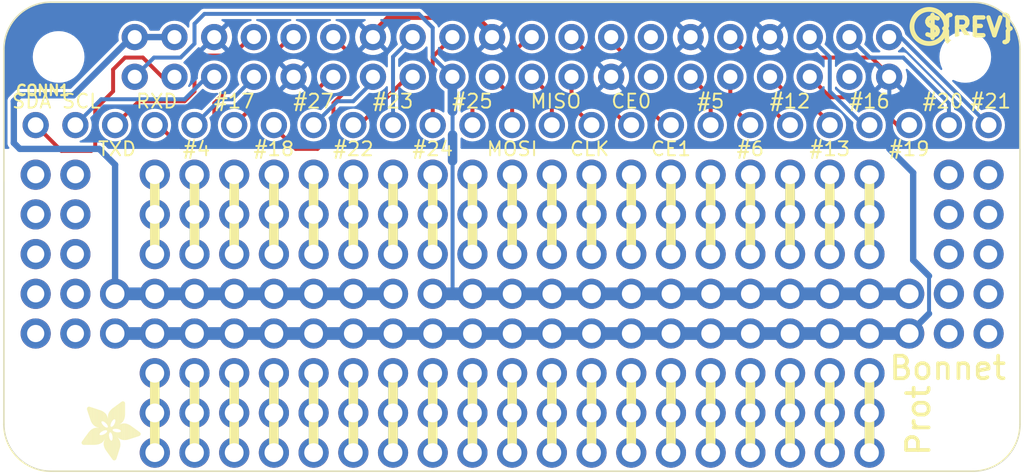
<source format=kicad_pcb>
(kicad_pcb (version 20221018) (generator pcbnew)
  (layers (0 "F.Cu" signal) (31 "B.Cu" signal) (34 "B.Paste" user) (35 "F.Paste" user) (36 "B.SilkS" user "B.Silkscreen") (37 "F.SilkS" user "F.Silkscreen") (38 "B.Mask" user) (39 "F.Mask" user) (44 "Edge.Cuts" user))
  (net 0 "")
  (net 1 "B19")
  (net 2 "B18")
  (net 3 "B17")
  (net 4 "B16")
  (net 5 "B15")
  (net 6 "B14")
  (net 7 "B12")
  (net 8 "B13")
  (net 9 "B11")
  (net 10 "B10")
  (net 11 "B8")
  (net 12 "B9")
  (net 13 "B7")
  (net 14 "B6")
  (net 15 "B5")
  (net 16 "B4")
  (net 17 "B2")
  (net 18 "B3")
  (net 19 "B1")
  (net 20 "5.0V")
  (net 21 "SDA")
  (net 22 "SCL")
  (net 23 "GPIO4")
  (net 24 "GPIO17")
  (net 25 "GPIO27")
  (net 26 "GPIO22")
  (net 27 "SPI_MOSI")
  (net 28 "SPI_MISO")
  (net 29 "SPI_SCLK")
  (net 30 "GPIO5")
  (net 31 "GPIO6")
  (net 32 "GPIO13")
  (net 33 "GPIO19")
  (net 34 "GPIO26")
  (net 35 "3.3V")
  (net 36 "GND")
  (net 37 "TXD")
  (net 38 "RXD")
  (net 39 "GPIO18")
  (net 40 "GPIO24")
  (net 41 "GPIO25")
  (net 42 "SPI_CE0")
  (net 43 "SPI_CE1")
  (net 44 "EECLK")
  (net 45 "GPIO16")
  (net 46 "GPIO20")
  (net 47 "GPIO21")
  (net 48 "GPIO23")
  (net 49 "EEDATA")
  (net 50 "GPIO12")
  (net 51 "A19")
  (net 52 "A18")
  (net 53 "A17")
  (net 54 "A16")
  (net 55 "A15")
  (net 56 "A14")
  (net 57 "A12")
  (net 58 "A13")
  (net 59 "A11")
  (net 60 "A10")
  (net 61 "A8")
  (net 62 "A9")
  (net 63 "A7")
  (net 64 "A6")
  (net 65 "A5")
  (net 66 "A4")
  (net 67 "A2")
  (net 68 "A3")
  (net 69 "A1")
  (net 70 "N$22")
  (net 71 "N$23")
  (net 72 "N$24")
  (net 73 "N$25")
  (net 74 "N$26")
  (net 75 "N$27")
  (net 76 "N$28")
  (net 77 "N$29")
  (net 78 "N$30")
  (net 79 "N$31")
  (net 80 "N$32")
  (net 81 "N$33")
  (net 82 "N$34")
  (net 83 "N$35")
  (net 84 "N$36")
  (net 85 "N$37")
  (net 86 "N$38")
  (net 87 "N$39")
  (net 88 "N$40")
  (net 89 "N$41")
  (footprint "working:PI_BONNET_NODIM" (layer "F.Cu") (at 116.000757 120.003271)
    (fp_text reference "RPI1" hide)
    (fp_text value "RASPBERRYPI_BPLUS_BONNETNODIM" hide)
  )
  (footprint "working:ADAFRUIT_3.5MM" (layer "F.Cu") (at 120.953757 115.515271 -90)
    (fp_text reference "U$1" hide)
    (fp_text value "" hide)
  )
  (footprint "working:1X25_ROUND_70MIL" (layer "F.Cu") (at 148.512757 97.862271)
    (fp_text reference "CONN1")
    (fp_text value "HEADER-1X25")
  )
  (footprint "working:PCBFEAT-REV-056" (layer "F.Cu") (at 175.182757 91.555271)
    (fp_text reference "U$3" hide)
    (fp_text value "" hide)
  )
  (gr_line (start 156.132757 101.037271) (end 156.132757 106.371271) (stroke (width 0.6096)) (layer "F.SilkS"))
  (gr_line (start 166.292757 101.037271) (end 166.292757 106.371271) (stroke (width 0.6096)) (layer "F.SilkS"))
  (gr_line (start 168.832757 101.037271) (end 168.832757 106.371271) (stroke (width 0.6096)) (layer "F.SilkS"))
  (gr_line (start 161.212757 101.037271) (end 161.212757 106.371271) (stroke (width 0.6096)) (layer "F.SilkS"))
  (gr_line (start 148.512757 113.737271) (end 148.512757 118.944271) (stroke (width 0.6096)) (layer "F.SilkS"))
  (gr_line (start 143.432757 113.737271) (end 143.432757 118.944271) (stroke (width 0.6096)) (layer "F.SilkS"))
  (gr_line (start 138.352757 101.037271) (end 138.352757 106.371271) (stroke (width 0.6096)) (layer "F.SilkS"))
  (gr_line (start 130.732757 101.037271) (end 130.732757 106.371271) (stroke (width 0.6096)) (layer "F.SilkS"))
  (gr_line (start 163.752757 101.037271) (end 163.752757 106.371271) (stroke (width 0.6096)) (layer "F.SilkS"))
  (gr_line (start 133.272757 101.037271) (end 133.272757 106.371271) (stroke (width 0.6096)) (layer "F.SilkS"))
  (gr_line (start 138.352757 113.737271) (end 138.352757 118.944271) (stroke (width 0.6096)) (layer "F.SilkS"))
  (gr_line (start 140.892757 113.737271) (end 140.892757 118.944271) (stroke (width 0.6096)) (layer "F.SilkS"))
  (gr_line (start 158.672757 113.737271) (end 158.672757 118.944271) (stroke (width 0.6096)) (layer "F.SilkS"))
  (gr_line (start 148.512757 101.037271) (end 148.512757 106.371271) (stroke (width 0.6096)) (layer "F.SilkS"))
  (gr_line (start 166.292757 113.737271) (end 166.292757 118.944271) (stroke (width 0.6096)) (layer "F.SilkS"))
  (gr_line (start 151.052757 113.737271) (end 151.052757 118.944271) (stroke (width 0.6096)) (layer "F.SilkS"))
  (gr_line (start 145.972757 101.037271) (end 145.972757 106.371271) (stroke (width 0.6096)) (layer "F.SilkS"))
  (gr_line (start 128.192757 101.037271) (end 128.192757 106.371271) (stroke (width 0.6096)) (layer "F.SilkS"))
  (gr_line (start 133.272757 113.737271) (end 133.272757 118.944271) (stroke (width 0.6096)) (layer "F.SilkS"))
  (gr_line (start 171.372757 101.037271) (end 171.372757 106.371271) (stroke (width 0.6096)) (layer "F.SilkS"))
  (gr_line (start 130.732757 113.737271) (end 130.732757 118.944271) (stroke (width 0.6096)) (layer "F.SilkS"))
  (gr_line (start 151.052757 101.037271) (end 151.052757 106.371271) (stroke (width 0.6096)) (layer "F.SilkS"))
  (gr_line (start 156.132757 113.737271) (end 156.132757 118.944271) (stroke (width 0.6096)) (layer "F.SilkS"))
  (gr_line (start 158.672757 101.037271) (end 158.672757 106.371271) (stroke (width 0.6096)) (layer "F.SilkS"))
  (gr_line (start 140.892757 101.037271) (end 140.892757 106.371271) (stroke (width 0.6096)) (layer "F.SilkS"))
  (gr_line (start 168.832757 113.737271) (end 168.832757 118.944271) (stroke (width 0.6096)) (layer "F.SilkS"))
  (gr_line (start 135.812757 113.737271) (end 135.812757 118.944271) (stroke (width 0.6096)) (layer "F.SilkS"))
  (gr_line (start 163.752757 113.737271) (end 163.752757 118.944271) (stroke (width 0.6096)) (layer "F.SilkS"))
  (gr_line (start 143.432757 101.037271) (end 143.432757 106.371271) (stroke (width 0.6096)) (layer "F.SilkS"))
  (gr_line (start 153.592757 113.737271) (end 153.592757 118.944271) (stroke (width 0.6096)) (layer "F.SilkS"))
  (gr_line (start 135.812757 101.037271) (end 135.812757 106.371271) (stroke (width 0.6096)) (layer "F.SilkS"))
  (gr_line (start 125.652757 113.737271) (end 125.652757 118.944271) (stroke (width 0.6096)) (layer "F.SilkS"))
  (gr_line (start 145.972757 113.737271) (end 145.972757 118.944271) (stroke (width 0.6096)) (layer "F.SilkS"))
  (gr_line (start 161.212757 113.737271) (end 161.212757 118.944271) (stroke (width 0.6096)) (layer "F.SilkS"))
  (gr_line (start 171.372757 113.737271) (end 171.372757 118.944271) (stroke (width 0.6096)) (layer "F.SilkS"))
  (gr_line (start 128.192757 113.737271) (end 128.192757 118.944271) (stroke (width 0.6096)) (layer "F.SilkS"))
  (gr_line (start 153.592757 101.037271) (end 153.592757 106.371271) (stroke (width 0.6096)) (layer "F.SilkS"))
  (gr_line (start 125.652757 101.037271) (end 125.652757 106.371271) (stroke (width 0.6096)) (layer "F.SilkS"))
  (gr_arc (start 181.000757 117.003271) (mid 180.185577 119.098289) (end 178.127757 120.003271) (stroke (width 0.05)) (layer "Edge.Cuts"))
  (gr_line (start 178.000757 90.003271) (end 119.000757 90.003271) (stroke (width 0.05)) (layer "Edge.Cuts"))
  (gr_line (start 181.000757 117.003271) (end 181.000757 93.003271) (stroke (width 0.05)) (layer "Edge.Cuts"))
  (gr_arc (start 119.127757 120.003271) (mid 116.942937 119.150894) (end 116.000757 117.003271) (stroke (width 0.05)) (layer "Edge.Cuts"))
  (gr_arc (start 178.000757 90.003271) (mid 180.122077 90.881951) (end 181.000757 93.003271) (stroke (width 0.05)) (layer "Edge.Cuts"))
  (gr_line (start 116.000757 109.003271) (end 116.000757 93.003271) (stroke (width 0.05)) (layer "Edge.Cuts"))
  (gr_line (start 116.000757 117.003271) (end 116.000757 101.503271) (stroke (width 0.05)) (layer "Edge.Cuts"))
  (gr_arc (start 116.000757 93.003271) (mid 116.879437 90.881951) (end 119.000757 90.003271) (stroke (width 0.05)) (layer "Edge.Cuts"))
  (gr_line (start 119.127757 120.003271) (end 178.127757 120.003271) (stroke (width 0.05)) (layer "Edge.Cuts"))
  (gr_text "#23" (at 140.892757 96.338271) (layer "F.SilkS") (effects (font (size 0.89408 0.89408) (thickness 0.12192))))
  (gr_text "#18" (at 133.272757 99.386271) (layer "F.SilkS") (effects (font (size 0.89408 0.89408) (thickness 0.12192))))
  (gr_text "#27" (at 135.812757 96.338271) (layer "F.SilkS") (effects (font (size 0.89408 0.89408) (thickness 0.12192))))
  (gr_text "Bonnet" (at 172.515757 114.245271) (layer "F.SilkS") (effects (font (size 1.441704 1.441704) (thickness 0.234696)) (justify left bottom)))
  (gr_text "#4" (at 128.319757 99.386271) (layer "F.SilkS") (effects (font (size 0.89408 0.89408) (thickness 0.12192))))
  (gr_text "CE0" (at 156.132757 96.338271) (layer "F.SilkS") (effects (font (size 0.89408 0.89408) (thickness 0.12192))))
  (gr_text "Prot" (at 173.658757 114.372271 90) (layer "F.SilkS") (effects (font (size 1.441704 1.441704) (thickness 0.234696)) (justify right top)))
  (gr_text "#16" (at 171.372757 96.338271) (layer "F.SilkS") (effects (font (size 0.89408 0.89408) (thickness 0.12192))))
  (gr_text "#6" (at 163.752757 99.386271) (layer "F.SilkS") (effects (font (size 0.89408 0.89408) (thickness 0.12192))))
  (gr_text "MOSI" (at 148.512757 99.386271) (layer "F.SilkS") (effects (font (size 0.89408 0.89408) (thickness 0.12192))))
  (gr_text "#21" (at 179.119757 96.338271) (layer "F.SilkS") (effects (font (size 0.89408 0.89408) (thickness 0.12192))))
  (gr_text "#13" (at 168.832757 99.386271) (layer "F.SilkS") (effects (font (size 0.89408 0.89408) (thickness 0.12192))))
  (gr_text "SDA" (at 117.778757 96.338271) (layer "F.SilkS") (effects (font (size 0.89408 0.89408) (thickness 0.12192))))
  (gr_text "#17" (at 130.732757 96.338271) (layer "F.SilkS") (effects (font (size 0.89408 0.89408) (thickness 0.12192))))
  (gr_text "#24" (at 143.432757 99.386271) (layer "F.SilkS") (effects (font (size 0.89408 0.89408) (thickness 0.12192))))
  (gr_text "#12" (at 166.292757 96.338271) (layer "F.SilkS") (effects (font (size 0.89408 0.89408) (thickness 0.12192))))
  (gr_text "MISO" (at 151.306757 96.338271) (layer "F.SilkS") (effects (font (size 0.89408 0.89408) (thickness 0.12192))))
  (gr_text "CLK" (at 153.465757 99.386271) (layer "F.SilkS") (effects (font (size 0.89408 0.89408) (thickness 0.12192))))
  (gr_text "#22" (at 138.352757 99.386271) (layer "F.SilkS") (effects (font (size 0.89408 0.89408) (thickness 0.12192))))
  (gr_text "#20" (at 176.071757 96.338271) (layer "F.SilkS") (effects (font (size 0.89408 0.89408) (thickness 0.12192))))
  (gr_text "#5" (at 161.212757 96.338271) (layer "F.SilkS") (effects (font (size 0.89408 0.89408) (thickness 0.12192))))
  (gr_text "#25" (at 145.972757 96.338271) (layer "F.SilkS") (effects (font (size 0.89408 0.89408) (thickness 0.12192))))
  (gr_text "#19" (at 173.912757 99.386271) (layer "F.SilkS") (effects (font (size 0.89408 0.89408) (thickness 0.12192))))
  (gr_text "RXD" (at 125.779757 96.338271) (layer "F.SilkS") (effects (font (size 0.89408 0.89408) (thickness 0.12192))))
  (gr_text "SCL" (at 120.953757 96.338271) (layer "F.SilkS") (effects (font (size 0.89408 0.89408) (thickness 0.12192))))
  (gr_text "TXD" (at 123.239757 99.386271) (layer "F.SilkS") (effects (font (size 0.89408 0.89408) (thickness 0.12192))))
  (gr_text "CE1" (at 158.672757 99.386271) (layer "F.SilkS") (effects (font (size 0.89408 0.89408) (thickness 0.12192))))
  (via (at 171.372757 118.817271) (size 1.9304) (drill 1.2) (layers "F.Cu" "B.Cu") (net 1))
  (via (at 171.372757 116.277271) (size 1.9304) (drill 1.2) (layers "F.Cu" "B.Cu") (net 1))
  (via (at 171.372757 113.737271) (size 1.9304) (drill 1.2) (layers "F.Cu" "B.Cu") (net 1))
  (segment (start 171.372757 116.277271) (end 171.372757 118.817271) (width 0.6096) (layer "B.Cu") (net 1))
  (segment (start 171.372757 113.737271) (end 171.372757 116.277271) (width 0.6096) (layer "B.Cu") (net 1))
  (via (at 168.832757 113.737271) (size 1.9304) (drill 1.2) (layers "F.Cu" "B.Cu") (net 2))
  (via (at 168.832757 116.277271) (size 1.9304) (drill 1.2) (layers "F.Cu" "B.Cu") (net 2))
  (via (at 168.832757 118.817271) (size 1.9304) (drill 1.2) (layers "F.Cu" "B.Cu") (net 2))
  (segment (start 168.832757 113.737271) (end 168.832757 116.277271) (width 0.6096) (layer "B.Cu") (net 2))
  (segment (start 168.832757 116.277271) (end 168.832757 118.817271) (width 0.6096) (layer "B.Cu") (net 2))
  (via (at 166.292757 116.277271) (size 1.9304) (drill 1.2) (layers "F.Cu" "B.Cu") (net 3))
  (via (at 166.292757 113.737271) (size 1.9304) (drill 1.2) (layers "F.Cu" "B.Cu") (net 3))
  (via (at 166.292757 118.817271) (size 1.9304) (drill 1.2) (layers "F.Cu" "B.Cu") (net 3))
  (segment (start 166.292757 116.277271) (end 166.292757 118.817271) (width 0.6096) (layer "B.Cu") (net 3))
  (segment (start 166.292757 113.737271) (end 166.292757 116.277271) (width 0.6096) (layer "B.Cu") (net 3))
  (via (at 163.752757 113.737271) (size 1.9304) (drill 1.2) (layers "F.Cu" "B.Cu") (net 4))
  (via (at 163.752757 118.817271) (size 1.9304) (drill 1.2) (layers "F.Cu" "B.Cu") (net 4))
  (via (at 163.752757 116.277271) (size 1.9304) (drill 1.2) (layers "F.Cu" "B.Cu") (net 4))
  (segment (start 163.752757 116.277271) (end 163.752757 118.817271) (width 0.6096) (layer "B.Cu") (net 4))
  (segment (start 163.752757 113.737271) (end 163.752757 116.277271) (width 0.6096) (layer "B.Cu") (net 4))
  (via (at 161.212757 113.737271) (size 1.9304) (drill 1.2) (layers "F.Cu" "B.Cu") (net 5))
  (via (at 161.212757 116.277271) (size 1.9304) (drill 1.2) (layers "F.Cu" "B.Cu") (net 5))
  (via (at 161.212757 118.817271) (size 1.9304) (drill 1.2) (layers "F.Cu" "B.Cu") (net 5))
  (segment (start 161.212757 116.277271) (end 161.212757 118.817271) (width 0.6096) (layer "B.Cu") (net 5))
  (segment (start 161.212757 113.737271) (end 161.212757 116.277271) (width 0.6096) (layer "B.Cu") (net 5))
  (via (at 158.672757 118.817271) (size 1.9304) (drill 1.2) (layers "F.Cu" "B.Cu") (net 6))
  (via (at 158.672757 113.737271) (size 1.9304) (drill 1.2) (layers "F.Cu" "B.Cu") (net 6))
  (via (at 158.672757 116.277271) (size 1.9304) (drill 1.2) (layers "F.Cu" "B.Cu") (net 6))
  (segment (start 158.672757 113.737271) (end 158.672757 116.277271) (width 0.6096) (layer "B.Cu") (net 6))
  (segment (start 158.672757 116.277271) (end 158.672757 118.817271) (width 0.6096) (layer "B.Cu") (net 6))
  (via (at 153.592757 113.737271) (size 1.9304) (drill 1.2) (layers "F.Cu" "B.Cu") (net 7))
  (via (at 153.592757 118.817271) (size 1.9304) (drill 1.2) (layers "F.Cu" "B.Cu") (net 7))
  (via (at 153.592757 116.277271) (size 1.9304) (drill 1.2) (layers "F.Cu" "B.Cu") (net 7))
  (segment (start 153.592757 113.737271) (end 153.592757 116.277271) (width 0.6096) (layer "B.Cu") (net 7))
  (segment (start 153.592757 116.277271) (end 153.592757 118.817271) (width 0.6096) (layer "B.Cu") (net 7))
  (via (at 156.132757 118.817271) (size 1.9304) (drill 1.2) (layers "F.Cu" "B.Cu") (net 8))
  (via (at 156.132757 116.277271) (size 1.9304) (drill 1.2) (layers "F.Cu" "B.Cu") (net 8))
  (via (at 156.132757 113.737271) (size 1.9304) (drill 1.2) (layers "F.Cu" "B.Cu") (net 8))
  (segment (start 156.132757 113.737271) (end 156.132757 116.277271) (width 0.6096) (layer "B.Cu") (net 8))
  (segment (start 156.132757 116.277271) (end 156.132757 118.817271) (width 0.6096) (layer "B.Cu") (net 8))
  (via (at 151.052757 113.737271) (size 1.9304) (drill 1.2) (layers "F.Cu" "B.Cu") (net 9))
  (via (at 151.052757 118.817271) (size 1.9304) (drill 1.2) (layers "F.Cu" "B.Cu") (net 9))
  (via (at 151.052757 116.277271) (size 1.9304) (drill 1.2) (layers "F.Cu" "B.Cu") (net 9))
  (segment (start 151.052757 113.737271) (end 151.052757 116.277271) (width 0.6096) (layer "B.Cu") (net 9))
  (segment (start 151.052757 116.277271) (end 151.052757 118.817271) (width 0.6096) (layer "B.Cu") (net 9))
  (via (at 148.512757 116.277271) (size 1.9304) (drill 1.2) (layers "F.Cu" "B.Cu") (net 10))
  (via (at 148.512757 118.817271) (size 1.9304) (drill 1.2) (layers "F.Cu" "B.Cu") (net 10))
  (via (at 148.512757 113.737271) (size 1.9304) (drill 1.2) (layers "F.Cu" "B.Cu") (net 10))
  (segment (start 148.512757 116.277271) (end 148.512757 118.817271) (width 0.6096) (layer "B.Cu") (net 10))
  (segment (start 148.512757 113.737271) (end 148.512757 116.277271) (width 0.6096) (layer "B.Cu") (net 10))
  (via (at 143.432757 116.277271) (size 1.9304) (drill 1.2) (layers "F.Cu" "B.Cu") (net 11))
  (via (at 143.432757 118.817271) (size 1.9304) (drill 1.2) (layers "F.Cu" "B.Cu") (net 11))
  (via (at 143.432757 113.737271) (size 1.9304) (drill 1.2) (layers "F.Cu" "B.Cu") (net 11))
  (segment (start 143.432757 116.277271) (end 143.432757 118.817271) (width 0.6096) (layer "B.Cu") (net 11))
  (segment (start 143.432757 113.737271) (end 143.432757 116.277271) (width 0.6096) (layer "B.Cu") (net 11))
  (via (at 145.972757 116.277271) (size 1.9304) (drill 1.2) (layers "F.Cu" "B.Cu") (net 12))
  (via (at 145.972757 113.737271) (size 1.9304) (drill 1.2) (layers "F.Cu" "B.Cu") (net 12))
  (via (at 145.972757 118.817271) (size 1.9304) (drill 1.2) (layers "F.Cu" "B.Cu") (net 12))
  (segment (start 145.972757 116.277271) (end 145.972757 118.817271) (width 0.6096) (layer "B.Cu") (net 12))
  (segment (start 145.972757 113.737271) (end 145.972757 116.277271) (width 0.6096) (layer "B.Cu") (net 12))
  (via (at 140.892757 116.277271) (size 1.9304) (drill 1.2) (layers "F.Cu" "B.Cu") (net 13))
  (via (at 140.892757 113.737271) (size 1.9304) (drill 1.2) (layers "F.Cu" "B.Cu") (net 13))
  (via (at 140.892757 118.817271) (size 1.9304) (drill 1.2) (layers "F.Cu" "B.Cu") (net 13))
  (segment (start 140.892757 116.277271) (end 140.892757 118.817271) (width 0.6096) (layer "B.Cu") (net 13))
  (segment (start 140.892757 113.737271) (end 140.892757 116.277271) (width 0.6096) (layer "B.Cu") (net 13))
  (via (at 138.352757 118.817271) (size 1.9304) (drill 1.2) (layers "F.Cu" "B.Cu") (net 14))
  (via (at 138.352757 113.737271) (size 1.9304) (drill 1.2) (layers "F.Cu" "B.Cu") (net 14))
  (via (at 138.352757 116.277271) (size 1.9304) (drill 1.2) (layers "F.Cu" "B.Cu") (net 14))
  (segment (start 138.352757 116.277271) (end 138.352757 118.817271) (width 0.6096) (layer "B.Cu") (net 14))
  (segment (start 138.352757 113.737271) (end 138.352757 116.277271) (width 0.6096) (layer "B.Cu") (net 14))
  (via (at 135.812757 113.737271) (size 1.9304) (drill 1.2) (layers "F.Cu" "B.Cu") (net 15))
  (via (at 135.812757 118.817271) (size 1.9304) (drill 1.2) (layers "F.Cu" "B.Cu") (net 15))
  (via (at 135.812757 116.277271) (size 1.9304) (drill 1.2) (layers "F.Cu" "B.Cu") (net 15))
  (segment (start 135.812757 113.737271) (end 135.812757 116.277271) (width 0.6096) (layer "B.Cu") (net 15))
  (segment (start 135.812757 116.277271) (end 135.812757 118.817271) (width 0.6096) (layer "B.Cu") (net 15))
  (via (at 133.272757 113.737271) (size 1.9304) (drill 1.2) (layers "F.Cu" "B.Cu") (net 16))
  (via (at 133.272757 118.817271) (size 1.9304) (drill 1.2) (layers "F.Cu" "B.Cu") (net 16))
  (via (at 133.272757 116.277271) (size 1.9304) (drill 1.2) (layers "F.Cu" "B.Cu") (net 16))
  (segment (start 133.272757 113.737271) (end 133.272757 116.277271) (width 0.6096) (layer "B.Cu") (net 16))
  (segment (start 133.272757 116.277271) (end 133.272757 118.817271) (width 0.6096) (layer "B.Cu") (net 16))
  (via (at 128.192757 118.817271) (size 1.9304) (drill 1.2) (layers "F.Cu" "B.Cu") (net 17))
  (via (at 128.192757 116.277271) (size 1.9304) (drill 1.2) (layers "F.Cu" "B.Cu") (net 17))
  (via (at 128.192757 113.737271) (size 1.9304) (drill 1.2) (layers "F.Cu" "B.Cu") (net 17))
  (segment (start 128.192757 116.277271) (end 128.192757 118.817271) (width 0.6096) (layer "B.Cu") (net 17))
  (segment (start 128.192757 113.737271) (end 128.192757 116.277271) (width 0.6096) (layer "B.Cu") (net 17))
  (via (at 130.732757 113.737271) (size 1.9304) (drill 1.2) (layers "F.Cu" "B.Cu") (net 18))
  (via (at 130.732757 116.277271) (size 1.9304) (drill 1.2) (layers "F.Cu" "B.Cu") (net 18))
  (via (at 130.732757 118.817271) (size 1.9304) (drill 1.2) (layers "F.Cu" "B.Cu") (net 18))
  (segment (start 130.732757 116.277271) (end 130.732757 118.817271) (width 0.6096) (layer "B.Cu") (net 18))
  (segment (start 130.732757 113.737271) (end 130.732757 116.277271) (width 0.6096) (layer "B.Cu") (net 18))
  (via (at 125.652757 118.817271) (size 1.9304) (drill 1.2) (layers "F.Cu" "B.Cu") (net 19))
  (via (at 125.652757 113.737271) (size 1.9304) (drill 1.2) (layers "F.Cu" "B.Cu") (net 19))
  (via (at 125.652757 116.277271) (size 1.9304) (drill 1.2) (layers "F.Cu" "B.Cu") (net 19))
  (segment (start 125.652757 116.277271) (end 125.652757 118.817271) (width 0.6096) (layer "B.Cu") (net 19))
  (segment (start 125.652757 113.737271) (end 125.652757 116.277271) (width 0.6096) (layer "B.Cu") (net 19))
  (via (at 125.652757 108.657271) (size 1.9304) (drill 1.2) (layers "F.Cu" "B.Cu") (net 20))
  (via (at 135.812757 108.657271) (size 1.9304) (drill 1.2) (layers "F.Cu" "B.Cu") (net 20))
  (via (at 128.192757 108.657271) (size 1.9304) (drill 1.2) (layers "F.Cu" "B.Cu") (net 20))
  (via (at 138.352757 108.657271) (size 1.9304) (drill 1.2) (layers "F.Cu" "B.Cu") (net 20))
  (via (at 133.272757 108.657271) (size 1.9304) (drill 1.2) (layers "F.Cu" "B.Cu") (net 20))
  (via (at 140.892757 108.657271) (size 1.9304) (drill 1.2) (layers "F.Cu" "B.Cu") (net 20))
  (via (at 130.732757 108.657271) (size 1.9304) (drill 1.2) (layers "F.Cu" "B.Cu") (net 20))
  (via (at 123.112757 108.657271) (size 1.9304) (drill 1.2) (layers "F.Cu" "B.Cu") (net 20))
  (segment (start 117.016757 95.957271) (end 120.445757 95.957271) (width 0.4064) (layer "B.Cu") (net 20))
  (segment (start 122.096757 99.386271) (end 117.016757 99.386271) (width 0.4064) (layer "B.Cu") (net 20))
  (segment (start 135.812757 108.657271) (end 138.352757 108.657271) (width 0.8128) (layer "B.Cu") (net 20))
  (segment (start 130.732757 108.657271) (end 133.272757 108.657271) (width 0.8128) (layer "B.Cu") (net 20))
  (segment (start 116.635757 99.005271) (end 116.635757 96.338271) (width 0.4064) (layer "B.Cu") (net 20))
  (segment (start 120.445757 95.957271) (end 124.169757 92.233271) (width 0.4064) (layer "B.Cu") (net 20))
  (segment (start 117.016757 99.386271) (end 116.635757 99.005271) (width 0.4064) (layer "B.Cu") (net 20))
  (segment (start 116.635757 96.338271) (end 117.016757 95.957271) (width 0.4064) (layer "B.Cu") (net 20))
  (segment (start 123.112757 100.402271) (end 122.096757 99.386271) (width 0.4064) (layer "B.Cu") (net 20))
  (segment (start 124.169757 92.233271) (end 124.370757 92.233271) (width 0.4064) (layer "B.Cu") (net 20))
  (segment (start 138.352757 108.657271) (end 140.892757 108.657271) (width 0.8128) (layer "B.Cu") (net 20))
  (segment (start 133.272757 108.657271) (end 135.812757 108.657271) (width 0.8128) (layer "B.Cu") (net 20))
  (segment (start 125.652757 108.657271) (end 128.192757 108.657271) (width 0.8128) (layer "B.Cu") (net 20))
  (segment (start 124.370757 92.233271) (end 126.910757 92.233271) (width 0.4064) (layer "B.Cu") (net 20))
  (segment (start 128.192757 108.657271) (end 130.732757 108.657271) (width 0.8128) (layer "B.Cu") (net 20))
  (segment (start 123.112757 108.657271) (end 125.652757 108.657271) (width 0.8128) (layer "B.Cu") (net 20))
  (segment (start 123.112757 108.657271) (end 123.112757 100.402271) (width 0.4064) (layer "B.Cu") (net 20))
  (segment (start 121.588757 99.513271) (end 121.842757 99.259271) (width 0.254) (layer "F.Cu") (net 21))
  (segment (start 126.119757 94.773271) (end 126.910757 94.773271) (width 0.254) (layer "F.Cu") (net 21))
  (segment (start 124.890757 93.544271) (end 126.119757 94.773271) (width 0.254) (layer "F.Cu") (net 21))
  (segment (start 122.985757 95.703271) (end 122.985757 94.306271) (width 0.254) (layer "F.Cu") (net 21))
  (segment (start 119.683757 99.513271) (end 121.588757 99.513271) (width 0.254) (layer "F.Cu") (net 21))
  (segment (start 121.842757 96.846271) (end 122.985757 95.703271) (width 0.254) (layer "F.Cu") (net 21))
  (segment (start 121.842757 99.259271) (end 121.842757 96.846271) (width 0.254) (layer "F.Cu") (net 21))
  (segment (start 122.985757 94.306271) (end 123.747757 93.544271) (width 0.254) (layer "F.Cu") (net 21))
  (segment (start 123.747757 93.544271) (end 124.890757 93.544271) (width 0.254) (layer "F.Cu") (net 21))
  (segment (start 118.032757 97.862271) (end 119.683757 99.513271) (width 0.254) (layer "F.Cu") (net 21))
  (segment (start 122.223757 96.211271) (end 127.557757 96.211271) (width 0.254) (layer "B.Cu") (net 22))
  (segment (start 127.557757 96.211271) (end 128.995757 94.773271) (width 0.254) (layer "B.Cu") (net 22))
  (segment (start 128.995757 94.773271) (end 129.450757 94.773271) (width 0.254) (layer "B.Cu") (net 22))
  (segment (start 120.572757 97.862271) (end 122.223757 96.211271) (width 0.254) (layer "B.Cu") (net 22))
  (segment (start 128.192757 97.862271) (end 129.843757 96.211271) (width 0.254) (layer "B.Cu") (net 23))
  (segment (start 129.843757 96.211271) (end 130.605757 96.211271) (width 0.254) (layer "B.Cu") (net 23))
  (segment (start 131.990757 94.826271) (end 131.990757 94.773271) (width 0.254) (layer "B.Cu") (net 23))
  (segment (start 130.605757 96.211271) (end 131.990757 94.826271) (width 0.254) (layer "B.Cu") (net 23))
  (segment (start 136.869757 94.773271) (end 137.070757 94.773271) (width 0.254) (layer "F.Cu") (net 24))
  (segment (start 135.304757 96.338271) (end 136.869757 94.773271) (width 0.254) (layer "F.Cu") (net 24))
  (segment (start 132.256757 96.338271) (end 135.304757 96.338271) (width 0.254) (layer "F.Cu") (net 24))
  (segment (start 130.732757 97.862271) (end 132.256757 96.338271) (width 0.254) (layer "F.Cu") (net 24))
  (segment (start 137.336757 96.338271) (end 138.352757 96.338271) (width 0.254) (layer "B.Cu") (net 25))
  (segment (start 138.352757 96.338271) (end 139.610757 95.080271) (width 0.254) (layer "B.Cu") (net 25))
  (segment (start 135.812757 97.862271) (end 137.336757 96.338271) (width 0.254) (layer "B.Cu") (net 25))
  (segment (start 139.610757 95.080271) (end 139.610757 94.773271) (width 0.254) (layer "B.Cu") (net 25))
  (segment (start 138.733757 97.862271) (end 141.822757 94.773271) (width 0.254) (layer "F.Cu") (net 26))
  (segment (start 141.822757 94.773271) (end 142.150757 94.773271) (width 0.254) (layer "F.Cu") (net 26))
  (segment (start 138.352757 97.862271) (end 138.733757 97.862271) (width 0.254) (layer "F.Cu") (net 26))
  (segment (start 147.230757 94.773271) (end 148.512757 96.055271) (width 0.254) (layer "F.Cu") (net 27))
  (segment (start 148.512757 96.055271) (end 148.512757 97.862271) (width 0.254) (layer "F.Cu") (net 27))
  (segment (start 149.770757 94.773271) (end 151.052757 96.055271) (width 0.254) (layer "F.Cu") (net 28))
  (segment (start 151.052757 96.055271) (end 151.052757 97.862271) (width 0.254) (layer "F.Cu") (net 28))
  (segment (start 152.310757 94.773271) (end 152.310757 96.580271) (width 0.254) (layer "F.Cu") (net 29))
  (segment (start 152.310757 96.580271) (end 153.592757 97.862271) (width 0.254) (layer "F.Cu") (net 29))
  (segment (start 159.930757 94.773271) (end 161.212757 96.055271) (width 0.254) (layer "F.Cu") (net 30))
  (segment (start 161.212757 96.055271) (end 161.212757 97.862271) (width 0.254) (layer "F.Cu") (net 30))
  (segment (start 162.470757 94.773271) (end 162.470757 96.580271) (width 0.254) (layer "F.Cu") (net 31))
  (segment (start 162.470757 96.580271) (end 163.752757 97.862271) (width 0.254) (layer "F.Cu") (net 31))
  (segment (start 168.832757 97.735271) (end 168.832757 97.862271) (width 0.254) (layer "F.Cu") (net 32))
  (segment (start 165.010757 94.773271) (end 166.575757 96.338271) (width 0.254) (layer "F.Cu") (net 32))
  (segment (start 166.575757 96.338271) (end 167.435757 96.338271) (width 0.254) (layer "F.Cu") (net 32))
  (segment (start 167.435757 96.338271) (end 168.832757 97.735271) (width 0.254) (layer "F.Cu") (net 32))
  (segment (start 168.861757 96.084271) (end 171.372757 96.084271) (width 0.254) (layer "F.Cu") (net 33))
  (segment (start 167.550757 94.773271) (end 168.861757 96.084271) (width 0.254) (layer "F.Cu") (net 33))
  (segment (start 173.150757 97.862271) (end 173.912757 97.862271) (width 0.254) (layer "F.Cu") (net 33))
  (segment (start 171.372757 96.084271) (end 173.150757 97.862271) (width 0.254) (layer "F.Cu") (net 33))
  (via (at 171.372757 108.657271) (size 1.9304) (drill 1.2) (layers "F.Cu" "B.Cu") (net 35))
  (via (at 151.052757 108.657271) (size 1.9304) (drill 1.2) (layers "F.Cu" "B.Cu") (net 35))
  (via (at 148.512757 108.657271) (size 1.9304) (drill 1.2) (layers "F.Cu" "B.Cu") (net 35))
  (via (at 173.912757 108.657271) (size 1.9304) (drill 1.2) (layers "F.Cu" "B.Cu") (net 35))
  (via (at 143.432757 108.657271) (size 1.9304) (drill 1.2) (layers "F.Cu" "B.Cu") (net 35))
  (via (at 161.212757 108.657271) (size 1.9304) (drill 1.2) (layers "F.Cu" "B.Cu") (net 35))
  (via (at 158.672757 108.657271) (size 1.9304) (drill 1.2) (layers "F.Cu" "B.Cu") (net 35))
  (via (at 166.292757 108.657271) (size 1.9304) (drill 1.2) (layers "F.Cu" "B.Cu") (net 35))
  (via (at 163.752757 108.657271) (size 1.9304) (drill 1.2) (layers "F.Cu" "B.Cu") (net 35))
  (via (at 153.592757 108.657271) (size 1.9304) (drill 1.2) (layers "F.Cu" "B.Cu") (net 35))
  (via (at 145.972757 108.657271) (size 1.9304) (drill 1.2) (layers "F.Cu" "B.Cu") (net 35))
  (via (at 168.832757 108.657271) (size 1.9304) (drill 1.2) (layers "F.Cu" "B.Cu") (net 35))
  (via (at 156.132757 108.657271) (size 1.9304) (drill 1.2) (layers "F.Cu" "B.Cu") (net 35))
  (segment (start 144.702757 98.497271) (end 144.702757 100.148271) (width 0.6096) (layer "B.Cu") (net 35))
  (segment (start 124.370757 94.773271) (end 125.599757 93.544271) (width 0.254) (layer "B.Cu") (net 35))
  (segment (start 125.599757 93.544271) (end 127.303757 93.544271) (width 0.254) (layer "B.Cu") (net 35))
  (segment (start 128.192757 91.385271) (end 128.827757 90.750271) (width 0.254) (layer "B.Cu") (net 35))
  (segment (start 156.132757 108.657271) (end 158.672757 108.657271) (width 0.8128) (layer "B.Cu") (net 35))
  (segment (start 166.292757 108.657271) (end 168.832757 108.657271) (width 0.8128) (layer "B.Cu") (net 35))
  (segment (start 151.052757 108.657271) (end 153.592757 108.657271) (width 0.8128) (layer "B.Cu") (net 35))
  (segment (start 161.212757 108.657271) (end 163.752757 108.657271) (width 0.8128) (layer "B.Cu") (net 35))
  (segment (start 158.672757 108.657271) (end 161.212757 108.657271) (width 0.8128) (layer "B.Cu") (net 35))
  (segment (start 128.192757 92.655271) (end 128.192757 91.385271) (width 0.254) (layer "B.Cu") (net 35))
  (segment (start 144.690757 96.961271) (end 144.702757 96.973271) (width 0.6096) (layer "B.Cu") (net 35))
  (segment (start 143.432757 93.515271) (end 144.690757 94.773271) (width 0.254) (layer "B.Cu") (net 35))
  (segment (start 128.827757 90.750271) (end 142.543757 90.750271) (width 0.254) (layer "B.Cu") (net 35))
  (segment (start 127.303757 93.544271) (end 128.192757 92.655271) (width 0.254) (layer "B.Cu") (net 35))
  (segment (start 148.512757 108.657271) (end 151.052757 108.657271) (width 0.8128) (layer "B.Cu") (net 35))
  (segment (start 143.432757 91.639271) (end 143.432757 93.515271) (width 0.254) (layer "B.Cu") (net 35))
  (segment (start 144.702757 96.973271) (end 144.702757 98.497271) (width 0.254) (layer "B.Cu") (net 35))
  (segment (start 153.592757 108.657271) (end 156.132757 108.657271) (width 0.8128) (layer "B.Cu") (net 35))
  (segment (start 163.752757 108.657271) (end 166.292757 108.657271) (width 0.8128) (layer "B.Cu") (net 35))
  (segment (start 142.543757 90.750271) (end 143.432757 91.639271) (width 0.254) (layer "B.Cu") (net 35))
  (segment (start 144.702757 108.530271) (end 144.829757 108.657271) (width 0.254) (layer "B.Cu") (net 35))
  (segment (start 171.372757 108.657271) (end 173.912757 108.657271) (width 0.8128) (layer "B.Cu") (net 35))
  (segment (start 168.832757 108.657271) (end 171.372757 108.657271) (width 0.8128) (layer "B.Cu") (net 35))
  (segment (start 144.702757 100.148271) (end 144.702757 108.530271) (width 0.254) (layer "B.Cu") (net 35))
  (segment (start 144.829757 108.657271) (end 145.972757 108.657271) (width 0.8128) (layer "B.Cu") (net 35))
  (segment (start 143.432757 108.657271) (end 144.829757 108.657271) (width 0.8128) (layer "B.Cu") (net 35))
  (segment (start 145.972757 108.657271) (end 148.512757 108.657271) (width 0.8128) (layer "B.Cu") (net 35))
  (segment (start 144.690757 94.773271) (end 144.690757 96.961271) (width 0.6096) (layer "B.Cu") (net 35))
  (segment (start 139.610757 91.905271) (end 140.511757 91.004271) (width 0.254) (layer "F.Cu") (net 36))
  (segment (start 165.010757 92.233271) (end 166.321757 93.544271) (width 0.254) (layer "F.Cu") (net 36))
  (segment (start 147.230757 91.881271) (end 147.230757 92.233271) (width 0.254) (layer "F.Cu") (net 36))
  (segment (start 139.610757 92.233271) (end 139.610757 91.905271) (width 0.254) (layer "F.Cu") (net 36))
  (segment (start 171.499757 93.544271) (end 172.630757 94.675271) (width 0.254) (layer "F.Cu") (net 36))
  (segment (start 166.321757 93.544271) (end 171.499757 93.544271) (width 0.254) (layer "F.Cu") (net 36))
  (segment (start 172.630757 94.675271) (end 172.630757 94.773271) (width 0.254) (layer "F.Cu") (net 36))
  (segment (start 140.511757 91.004271) (end 146.353757 91.004271) (width 0.254) (layer "F.Cu") (net 36))
  (segment (start 146.353757 91.004271) (end 147.230757 91.881271) (width 0.254) (layer "F.Cu") (net 36))
  (via (at 148.512757 111.197271) (size 1.9304) (drill 1.2) (layers "F.Cu" "B.Cu") (net 36))
  (via (at 151.052757 111.197271) (size 1.9304) (drill 1.2) (layers "F.Cu" "B.Cu") (net 36))
  (via (at 153.592757 111.197271) (size 1.9304) (drill 1.2) (layers "F.Cu" "B.Cu") (net 36))
  (via (at 125.652757 111.197271) (size 1.9304) (drill 1.2) (layers "F.Cu" "B.Cu") (net 36))
  (via (at 130.732757 111.197271) (size 1.9304) (drill 1.2) (layers "F.Cu" "B.Cu") (net 36))
  (via (at 158.672757 111.197271) (size 1.9304) (drill 1.2) (layers "F.Cu" "B.Cu") (net 36))
  (via (at 168.832757 111.197271) (size 1.9304) (drill 1.2) (layers "F.Cu" "B.Cu") (net 36))
  (via (at 133.272757 111.197271) (size 1.9304) (drill 1.2) (layers "F.Cu" "B.Cu") (net 36))
  (via (at 135.812757 111.197271) (size 1.9304) (drill 1.2) (layers "F.Cu" "B.Cu") (net 36))
  (via (at 138.352757 111.197271) (size 1.9304) (drill 1.2) (layers "F.Cu" "B.Cu") (net 36))
  (via (at 123.112757 111.197271) (size 1.9304) (drill 1.2) (layers "F.Cu" "B.Cu") (net 36))
  (via (at 163.752757 111.197271) (size 1.9304) (drill 1.2) (layers "F.Cu" "B.Cu") (net 36))
  (via (at 140.892757 111.197271) (size 1.9304) (drill 1.2) (layers "F.Cu" "B.Cu") (net 36))
  (via (at 156.132757 111.197271) (size 1.9304) (drill 1.2) (layers "F.Cu" "B.Cu") (net 36))
  (via (at 128.192757 111.197271) (size 1.9304) (drill 1.2) (layers "F.Cu" "B.Cu") (net 36))
  (via (at 161.212757 111.197271) (size 1.9304) (drill 1.2) (layers "F.Cu" "B.Cu") (net 36))
  (via (at 173.912757 111.197271) (size 1.9304) (drill 1.2) (layers "F.Cu" "B.Cu") (net 36))
  (via (at 145.972757 111.197271) (size 1.9304) (drill 1.2) (layers "F.Cu" "B.Cu") (net 36))
  (via (at 166.292757 111.197271) (size 1.9304) (drill 1.2) (layers "F.Cu" "B.Cu") (net 36))
  (via (at 171.372757 111.197271) (size 1.9304) (drill 1.2) (layers "F.Cu" "B.Cu") (net 36))
  (via (at 143.432757 111.197271) (size 1.9304) (drill 1.2) (layers "F.Cu" "B.Cu") (net 36))
  (segment (start 174.166757 100.910271) (end 174.166757 106.498271) (width 0.4064) (layer "B.Cu") (net 36))
  (segment (start 171.372757 111.197271) (end 168.832757 111.197271) (width 0.8128) (layer "B.Cu") (net 36))
  (segment (start 172.642757 99.386271) (end 174.166757 100.910271) (width 0.4064) (layer "B.Cu") (net 36))
  (segment (start 166.292757 111.197271) (end 163.752757 111.197271) (width 0.8128) (layer "B.Cu") (net 36))
  (segment (start 174.166757 106.498271) (end 175.182757 107.514271) (width 0.4064) (layer "B.Cu") (net 36))
  (segment (start 148.512757 111.197271) (end 151.052757 111.197271) (width 0.8128) (layer "B.Cu") (net 36))
  (segment (start 128.192757 111.197271) (end 125.652757 111.197271) (width 0.8128) (layer "B.Cu") (net 36))
  (segment (start 125.652757 111.197271) (end 123.112757 111.197271) (width 0.8128) (layer "B.Cu") (net 36))
  (segment (start 172.630757 94.773271) (end 172.642757 94.785271) (width 0.254) (layer "B.Cu") (net 36))
  (segment (start 138.352757 111.197271) (end 135.812757 111.197271) (width 0.8128) (layer "B.Cu") (net 36))
  (segment (start 161.212757 111.197271) (end 158.672757 111.197271) (width 0.8128) (layer "B.Cu") (net 36))
  (segment (start 163.752757 111.197271) (end 161.212757 111.197271) (width 0.8128) (layer "B.Cu") (net 36))
  (segment (start 135.812757 111.197271) (end 133.272757 111.197271) (width 0.8128) (layer "B.Cu") (net 36))
  (segment (start 158.672757 111.197271) (end 156.132757 111.197271) (width 0.8128) (layer "B.Cu") (net 36))
  (segment (start 156.132757 111.197271) (end 153.592757 111.197271) (width 0.8128) (layer "B.Cu") (net 36))
  (segment (start 172.642757 94.785271) (end 172.642757 99.386271) (width 0.254) (layer "B.Cu") (net 36))
  (segment (start 145.972757 111.197271) (end 143.432757 111.197271) (width 0.8128) (layer "B.Cu") (net 36))
  (segment (start 133.272757 111.197271) (end 130.732757 111.197271) (width 0.8128) (layer "B.Cu") (net 36))
  (segment (start 140.892757 111.197271) (end 138.352757 111.197271) (width 0.8128) (layer "B.Cu") (net 36))
  (segment (start 153.592757 111.197271) (end 151.052757 111.197271) (width 0.8128) (layer "B.Cu") (net 36))
  (segment (start 175.182757 107.514271) (end 175.182757 109.927271) (width 0.254) (layer "B.Cu") (net 36))
  (segment (start 143.432757 111.197271) (end 140.892757 111.197271) (width 0.8128) (layer "B.Cu") (net 36))
  (segment (start 130.732757 111.197271) (end 128.192757 111.197271) (width 0.8128) (layer "B.Cu") (net 36))
  (segment (start 173.912757 111.197271) (end 171.372757 111.197271) (width 0.8128) (layer "B.Cu") (net 36))
  (segment (start 168.832757 111.197271) (end 166.292757 111.197271) (width 0.8128) (layer "B.Cu") (net 36))
  (segment (start 148.512757 111.197271) (end 145.972757 111.197271) (width 0.8128) (layer "B.Cu") (net 36))
  (segment (start 175.182757 109.927271) (end 173.912757 111.197271) (width 0.4064) (layer "B.Cu") (net 36))
  (segment (start 127.557757 96.338271) (end 124.636757 96.338271) (width 0.254) (layer "F.Cu") (net 37))
  (segment (start 124.636757 96.338271) (end 123.112757 97.862271) (width 0.254) (layer "F.Cu") (net 37))
  (segment (start 128.827757 93.417271) (end 130.605757 93.417271) (width 0.254) (layer "F.Cu") (net 37))
  (segment (start 130.605757 93.417271) (end 131.789757 92.233271) (width 0.254) (layer "F.Cu") (net 37))
  (segment (start 128.192757 95.703271) (end 128.192757 94.052271) (width 0.254) (layer "F.Cu") (net 37))
  (segment (start 131.789757 92.233271) (end 131.990757 92.233271) (width 0.254) (layer "F.Cu") (net 37))
  (segment (start 128.192757 94.052271) (end 128.827757 93.417271) (width 0.254) (layer "F.Cu") (net 37))
  (segment (start 127.557757 96.338271) (end 128.192757 95.703271) (width 0.254) (layer "F.Cu") (net 37))
  (segment (start 129.462757 96.465271) (end 129.462757 98.370271) (width 0.254) (layer "F.Cu") (net 38))
  (segment (start 127.303757 99.259271) (end 125.906757 97.862271) (width 0.254) (layer "F.Cu") (net 38))
  (segment (start 125.906757 97.862271) (end 125.652757 97.862271) (width 0.254) (layer "F.Cu") (net 38))
  (segment (start 130.732757 94.306271) (end 131.494757 93.544271) (width 0.254) (layer "F.Cu") (net 38))
  (segment (start 128.573757 99.259271) (end 127.303757 99.259271) (width 0.254) (layer "F.Cu") (net 38))
  (segment (start 130.732757 95.195271) (end 129.462757 96.465271) (width 0.254) (layer "F.Cu") (net 38))
  (segment (start 131.494757 93.544271) (end 133.018757 93.544271) (width 0.254) (layer "F.Cu") (net 38))
  (segment (start 129.462757 98.370271) (end 128.573757 99.259271) (width 0.254) (layer "F.Cu") (net 38))
  (segment (start 130.732757 95.195271) (end 130.732757 94.306271) (width 0.254) (layer "F.Cu") (net 38))
  (segment (start 134.329757 92.233271) (end 134.530757 92.233271) (width 0.254) (layer "F.Cu") (net 38))
  (segment (start 133.018757 93.544271) (end 134.329757 92.233271) (width 0.254) (layer "F.Cu") (net 38))
  (segment (start 133.272757 97.989271) (end 133.272757 97.862271) (width 0.254) (layer "F.Cu") (net 39))
  (segment (start 134.669757 99.386271) (end 133.272757 97.989271) (width 0.254) (layer "F.Cu") (net 39))
  (segment (start 136.066757 99.386271) (end 134.669757 99.386271) (width 0.254) (layer "F.Cu") (net 39))
  (segment (start 137.082757 96.465271) (end 137.082757 98.370271) (width 0.254) (layer "F.Cu") (net 39))
  (segment (start 138.352757 95.195271) (end 137.082757 96.465271) (width 0.254) (layer "F.Cu") (net 39))
  (segment (start 137.082757 98.370271) (end 136.066757 99.386271) (width 0.254) (layer "F.Cu") (net 39))
  (segment (start 138.352757 93.515271) (end 138.352757 95.195271) (width 0.254) (layer "F.Cu") (net 39))
  (segment (start 137.070757 92.233271) (end 138.352757 93.515271) (width 0.254) (layer "F.Cu") (net 39))
  (segment (start 143.432757 97.862271) (end 143.432757 93.491271) (width 0.254) (layer "F.Cu") (net 40))
  (segment (start 143.432757 93.491271) (end 144.690757 92.233271) (width 0.254) (layer "F.Cu") (net 40))
  (segment (start 149.569757 92.233271) (end 149.770757 92.233271) (width 0.254) (layer "F.Cu") (net 41))
  (segment (start 145.972757 93.798271) (end 146.226757 93.544271) (width 0.254) (layer "F.Cu") (net 41))
  (segment (start 145.972757 97.862271) (end 145.972757 93.798271) (width 0.254) (layer "F.Cu") (net 41))
  (segment (start 148.258757 93.544271) (end 149.569757 92.233271) (width 0.254) (layer "F.Cu") (net 41))
  (segment (start 146.226757 93.544271) (end 148.258757 93.544271) (width 0.254) (layer "F.Cu") (net 41))
  (segment (start 153.592757 93.515271) (end 153.592757 95.576271) (width 0.254) (layer "F.Cu") (net 42))
  (segment (start 153.592757 95.576271) (end 155.878757 97.862271) (width 0.254) (layer "F.Cu") (net 42))
  (segment (start 155.878757 97.862271) (end 156.132757 97.862271) (width 0.254) (layer "F.Cu") (net 42))
  (segment (start 152.310757 92.233271) (end 153.592757 93.515271) (width 0.254) (layer "F.Cu") (net 42))
  (segment (start 156.132757 95.703271) (end 158.291757 97.862271) (width 0.254) (layer "F.Cu") (net 43))
  (segment (start 158.291757 97.862271) (end 158.672757 97.862271) (width 0.254) (layer "F.Cu") (net 43))
  (segment (start 154.850757 92.516271) (end 156.132757 93.798271) (width 0.254) (layer "F.Cu") (net 43))
  (segment (start 154.850757 92.233271) (end 154.850757 92.516271) (width 0.254) (layer "F.Cu") (net 43))
  (segment (start 156.132757 93.798271) (end 156.132757 95.703271) (width 0.254) (layer "F.Cu") (net 43))
  (segment (start 167.550757 92.233271) (end 168.832757 93.515271) (width 0.254) (layer "B.Cu") (net 45))
  (segment (start 168.832757 93.515271) (end 168.832757 95.703271) (width 0.254) (layer "B.Cu") (net 45))
  (segment (start 168.832757 95.703271) (end 170.991757 97.862271) (width 0.254) (layer "B.Cu") (net 45))
  (segment (start 170.991757 97.862271) (end 171.372757 97.862271) (width 0.254) (layer "B.Cu") (net 45))
  (segment (start 171.401757 93.544271) (end 173.531757 93.544271) (width 0.254) (layer "B.Cu") (net 46))
  (segment (start 170.090757 92.233271) (end 171.401757 93.544271) (width 0.254) (layer "B.Cu") (net 46))
  (segment (start 173.531757 93.544271) (end 176.452757 96.465271) (width 0.254) (layer "B.Cu") (net 46))
  (segment (start 176.452757 96.465271) (end 176.452757 97.862271) (width 0.254) (layer "B.Cu") (net 46))
  (segment (start 172.630757 92.233271) (end 173.363757 92.233271) (width 0.254) (layer "B.Cu") (net 47))
  (segment (start 173.363757 92.233271) (end 178.992757 97.862271) (width 0.254) (layer "B.Cu") (net 47))
  (segment (start 142.150757 92.233271) (end 140.892757 93.491271) (width 0.254) (layer "B.Cu") (net 48))
  (segment (start 140.892757 93.491271) (end 140.892757 97.862271) (width 0.254) (layer "B.Cu") (net 48))
  (segment (start 163.752757 95.449271) (end 166.165757 97.862271) (width 0.254) (layer "F.Cu") (net 50))
  (segment (start 166.165757 97.862271) (end 166.292757 97.862271) (width 0.254) (layer "F.Cu") (net 50))
  (segment (start 162.470757 92.233271) (end 163.752757 93.515271) (width 0.254) (layer "F.Cu") (net 50))
  (segment (start 163.752757 93.515271) (end 163.752757 95.449271) (width 0.254) (layer "F.Cu") (net 50))
  (via (at 171.372757 103.577271) (size 1.9304) (drill 1.2) (layers "F.Cu" "B.Cu") (net 51))
  (via (at 171.372757 106.117271) (size 1.9304) (drill 1.2) (layers "F.Cu" "B.Cu") (net 51))
  (via (at 171.372757 101.037271) (size 1.9304) (drill 1.2) (layers "F.Cu" "B.Cu") (net 51))
  (segment (start 171.372757 101.037271) (end 171.372757 103.577271) (width 0.6096) (layer "B.Cu") (net 51))
  (segment (start 171.372757 103.577271) (end 171.372757 106.117271) (width 0.6096) (layer "B.Cu") (net 51))
  (via (at 168.832757 101.037271) (size 1.9304) (drill 1.2) (layers "F.Cu" "B.Cu") (net 52))
  (via (at 168.832757 103.577271) (size 1.9304) (drill 1.2) (layers "F.Cu" "B.Cu") (net 52))
  (via (at 168.832757 106.117271) (size 1.9304) (drill 1.2) (layers "F.Cu" "B.Cu") (net 52))
  (segment (start 168.832757 101.037271) (end 168.832757 103.577271) (width 0.6096) (layer "B.Cu") (net 52))
  (segment (start 168.832757 103.577271) (end 168.832757 106.117271) (width 0.6096) (layer "B.Cu") (net 52))
  (via (at 166.292757 106.117271) (size 1.9304) (drill 1.2) (layers "F.Cu" "B.Cu") (net 53))
  (via (at 166.292757 103.577271) (size 1.9304) (drill 1.2) (layers "F.Cu" "B.Cu") (net 53))
  (via (at 166.292757 101.037271) (size 1.9304) (drill 1.2) (layers "F.Cu" "B.Cu") (net 53))
  (segment (start 166.292757 101.037271) (end 166.292757 103.577271) (width 0.6096) (layer "B.Cu") (net 53))
  (segment (start 166.292757 103.577271) (end 166.292757 106.117271) (width 0.6096) (layer "B.Cu") (net 53))
  (via (at 163.752757 103.577271) (size 1.9304) (drill 1.2) (layers "F.Cu" "B.Cu") (net 54))
  (via (at 163.752757 106.117271) (size 1.9304) (drill 1.2) (layers "F.Cu" "B.Cu") (net 54))
  (via (at 163.752757 101.037271) (size 1.9304) (drill 1.2) (layers "F.Cu" "B.Cu") (net 54))
  (segment (start 163.752757 101.037271) (end 163.752757 103.577271) (width 0.6096) (layer "B.Cu") (net 54))
  (segment (start 163.752757 103.577271) (end 163.752757 106.117271) (width 0.6096) (layer "B.Cu") (net 54))
  (via (at 161.212757 106.117271) (size 1.9304) (drill 1.2) (layers "F.Cu" "B.Cu") (net 55))
  (via (at 161.212757 101.037271) (size 1.9304) (drill 1.2) (layers "F.Cu" "B.Cu") (net 55))
  (via (at 161.212757 103.577271) (size 1.9304) (drill 1.2) (layers "F.Cu" "B.Cu") (net 55))
  (segment (start 161.212757 101.037271) (end 161.212757 103.577271) (width 0.6096) (layer "B.Cu") (net 55))
  (segment (start 161.212757 103.577271) (end 161.212757 106.117271) (width 0.6096) (layer "B.Cu") (net 55))
  (via (at 158.672757 103.577271) (size 1.9304) (drill 1.2) (layers "F.Cu" "B.Cu") (net 56))
  (via (at 158.672757 106.117271) (size 1.9304) (drill 1.2) (layers "F.Cu" "B.Cu") (net 56))
  (via (at 158.672757 101.037271) (size 1.9304) (drill 1.2) (layers "F.Cu" "B.Cu") (net 56))
  (segment (start 158.672757 101.037271) (end 158.672757 103.577271) (width 0.6096) (layer "B.Cu") (net 56))
  (segment (start 158.672757 103.577271) (end 158.672757 106.117271) (width 0.6096) (layer "B.Cu") (net 56))
  (via (at 153.592757 101.037271) (size 1.9304) (drill 1.2) (layers "F.Cu" "B.Cu") (net 57))
  (via (at 153.592757 103.577271) (size 1.9304) (drill 1.2) (layers "F.Cu" "B.Cu") (net 57))
  (via (at 153.592757 106.117271) (size 1.9304) (drill 1.2) (layers "F.Cu" "B.Cu") (net 57))
  (segment (start 153.592757 101.037271) (end 153.592757 103.577271) (width 0.6096) (layer "B.Cu") (net 57))
  (segment (start 153.592757 103.577271) (end 153.592757 106.117271) (width 0.6096) (layer "B.Cu") (net 57))
  (via (at 156.132757 106.117271) (size 1.9304) (drill 1.2) (layers "F.Cu" "B.Cu") (net 58))
  (via (at 156.132757 101.037271) (size 1.9304) (drill 1.2) (layers "F.Cu" "B.Cu") (net 58))
  (via (at 156.132757 103.577271) (size 1.9304) (drill 1.2) (layers "F.Cu" "B.Cu") (net 58))
  (segment (start 156.132757 101.037271) (end 156.132757 103.577271) (width 0.6096) (layer "B.Cu") (net 58))
  (segment (start 156.132757 103.577271) (end 156.132757 106.117271) (width 0.6096) (layer "B.Cu") (net 58))
  (via (at 151.052757 103.577271) (size 1.9304) (drill 1.2) (layers "F.Cu" "B.Cu") (net 59))
  (via (at 151.052757 106.117271) (size 1.9304) (drill 1.2) (layers "F.Cu" "B.Cu") (net 59))
  (via (at 151.052757 101.037271) (size 1.9304) (drill 1.2) (layers "F.Cu" "B.Cu") (net 59))
  (segment (start 151.052757 103.577271) (end 151.052757 106.117271) (width 0.6096) (layer "B.Cu") (net 59))
  (segment (start 151.052757 101.037271) (end 151.052757 103.577271) (width 0.6096) (layer "B.Cu") (net 59))
  (via (at 148.512757 106.117271) (size 1.9304) (drill 1.2) (layers "F.Cu" "B.Cu") (net 60))
  (via (at 148.512757 101.037271) (size 1.9304) (drill 1.2) (layers "F.Cu" "B.Cu") (net 60))
  (via (at 148.512757 103.577271) (size 1.9304) (drill 1.2) (layers "F.Cu" "B.Cu") (net 60))
  (segment (start 148.512757 101.037271) (end 148.512757 103.577271) (width 0.6096) (layer "B.Cu") (net 60))
  (segment (start 148.512757 103.577271) (end 148.512757 106.117271) (width 0.6096) (layer "B.Cu") (net 60))
  (via (at 143.432757 103.577271) (size 1.9304) (drill 1.2) (layers "F.Cu" "B.Cu") (net 61))
  (via (at 143.432757 101.037271) (size 1.9304) (drill 1.2) (layers "F.Cu" "B.Cu") (net 61))
  (via (at 143.432757 106.117271) (size 1.9304) (drill 1.2) (layers "F.Cu" "B.Cu") (net 61))
  (segment (start 143.432757 103.577271) (end 143.432757 106.117271) (width 0.6096) (layer "B.Cu") (net 61))
  (segment (start 143.432757 101.037271) (end 143.432757 103.577271) (width 0.6096) (layer "B.Cu") (net 61))
  (via (at 145.972757 101.037271) (size 1.9304) (drill 1.2) (layers "F.Cu" "B.Cu") (net 62))
  (via (at 145.972757 106.117271) (size 1.9304) (drill 1.2) (layers "F.Cu" "B.Cu") (net 62))
  (via (at 145.972757 103.577271) (size 1.9304) (drill 1.2) (layers "F.Cu" "B.Cu") (net 62))
  (segment (start 145.972757 103.577271) (end 145.972757 106.117271) (width 0.6096) (layer "B.Cu") (net 62))
  (segment (start 145.972757 101.037271) (end 145.972757 103.577271) (width 0.6096) (layer "B.Cu") (net 62))
  (via (at 140.892757 106.117271) (size 1.9304) (drill 1.2) (layers "F.Cu" "B.Cu") (net 63))
  (via (at 140.892757 101.037271) (size 1.9304) (drill 1.2) (layers "F.Cu" "B.Cu") (net 63))
  (via (at 140.892757 103.577271) (size 1.9304) (drill 1.2) (layers "F.Cu" "B.Cu") (net 63))
  (segment (start 140.892757 103.577271) (end 140.892757 106.117271) (width 0.6096) (layer "B.Cu") (net 63))
  (segment (start 140.892757 101.037271) (end 140.892757 103.577271) (width 0.6096) (layer "B.Cu") (net 63))
  (via (at 138.352757 101.037271) (size 1.9304) (drill 1.2) (layers "F.Cu" "B.Cu") (net 64))
  (via (at 138.352757 106.117271) (size 1.9304) (drill 1.2) (layers "F.Cu" "B.Cu") (net 64))
  (via (at 138.352757 103.577271) (size 1.9304) (drill 1.2) (layers "F.Cu" "B.Cu") (net 64))
  (segment (start 138.352757 101.037271) (end 138.352757 103.577271) (width 0.6096) (layer "B.Cu") (net 64))
  (segment (start 138.352757 103.577271) (end 138.352757 106.117271) (width 0.6096) (layer "B.Cu") (net 64))
  (via (at 135.812757 103.577271) (size 1.9304) (drill 1.2) (layers "F.Cu" "B.Cu") (net 65))
  (via (at 135.812757 101.037271) (size 1.9304) (drill 1.2) (layers "F.Cu" "B.Cu") (net 65))
  (via (at 135.812757 106.117271) (size 1.9304) (drill 1.2) (layers "F.Cu" "B.Cu") (net 65))
  (segment (start 135.812757 101.037271) (end 135.812757 103.577271) (width 0.6096) (layer "B.Cu") (net 65))
  (segment (start 135.812757 103.577271) (end 135.812757 106.117271) (width 0.6096) (layer "B.Cu") (net 65))
  (via (at 133.272757 101.037271) (size 1.9304) (drill 1.2) (layers "F.Cu" "B.Cu") (net 66))
  (via (at 133.272757 106.117271) (size 1.9304) (drill 1.2) (layers "F.Cu" "B.Cu") (net 66))
  (via (at 133.272757 103.577271) (size 1.9304) (drill 1.2) (layers "F.Cu" "B.Cu") (net 66))
  (segment (start 133.272757 101.037271) (end 133.272757 103.577271) (width 0.6096) (layer "B.Cu") (net 66))
  (segment (start 133.272757 103.577271) (end 133.272757 106.117271) (width 0.6096) (layer "B.Cu") (net 66))
  (via (at 128.192757 103.577271) (size 1.9304) (drill 1.2) (layers "F.Cu" "B.Cu") (net 67))
  (via (at 128.192757 106.117271) (size 1.9304) (drill 1.2) (layers "F.Cu" "B.Cu") (net 67))
  (via (at 128.192757 101.037271) (size 1.9304) (drill 1.2) (layers "F.Cu" "B.Cu") (net 67))
  (segment (start 128.192757 101.037271) (end 128.192757 103.577271) (width 0.6096) (layer "B.Cu") (net 67))
  (segment (start 128.192757 103.577271) (end 128.192757 106.117271) (width 0.6096) (layer "B.Cu") (net 67))
  (via (at 130.732757 106.117271) (size 1.9304) (drill 1.2) (layers "F.Cu" "B.Cu") (net 68))
  (via (at 130.732757 101.037271) (size 1.9304) (drill 1.2) (layers "F.Cu" "B.Cu") (net 68))
  (via (at 130.732757 103.577271) (size 1.9304) (drill 1.2) (layers "F.Cu" "B.Cu") (net 68))
  (segment (start 130.732757 103.577271) (end 130.732757 106.117271) (width 0.6096) (layer "B.Cu") (net 68))
  (segment (start 130.732757 101.037271) (end 130.732757 103.577271) (width 0.6096) (layer "B.Cu") (net 68))
  (via (at 125.652757 103.577271) (size 1.9304) (drill 1.2) (layers "F.Cu" "B.Cu") (net 69))
  (via (at 125.652757 101.037271) (size 1.9304) (drill 1.2) (layers "F.Cu" "B.Cu") (net 69))
  (via (at 125.652757 106.117271) (size 1.9304) (drill 1.2) (layers "F.Cu" "B.Cu") (net 69))
  (segment (start 125.652757 101.037271) (end 125.652757 103.577271) (width 0.6096) (layer "B.Cu") (net 69))
  (segment (start 125.652757 103.577271) (end 125.652757 106.117271) (width 0.6096) (layer "B.Cu") (net 69))
  (via (at 120.572757 101.037271) (size 1.9304) (drill 1.1) (layers "F.Cu" "B.Cu") (net 70))
  (via (at 118.032757 101.037271) (size 1.9304) (drill 1.1) (layers "F.Cu" "B.Cu") (net 71))
  (via (at 118.032757 103.577271) (size 1.9304) (drill 1.1) (layers "F.Cu" "B.Cu") (net 72))
  (via (at 120.572757 103.577271) (size 1.9304) (drill 1.1) (layers "F.Cu" "B.Cu") (net 73))
  (via (at 120.572757 106.117271) (size 1.9304) (drill 1.1) (layers "F.Cu" "B.Cu") (net 74))
  (via (at 118.032757 106.117271) (size 1.9304) (drill 1.1) (layers "F.Cu" "B.Cu") (net 75))
  (via (at 118.032757 108.657271) (size 1.9304) (drill 1.1) (layers "F.Cu" "B.Cu") (net 76))
  (via (at 120.572757 108.657271) (size 1.9304) (drill 1.1) (layers "F.Cu" "B.Cu") (net 77))
  (via (at 120.572757 111.197271) (size 1.9304) (drill 1.1) (layers "F.Cu" "B.Cu") (net 78))
  (via (at 118.032757 111.197271) (size 1.9304) (drill 1.1) (layers "F.Cu" "B.Cu") (net 79))
  (via (at 178.992757 101.037271) (size 1.9304) (drill 1.1) (layers "F.Cu" "B.Cu") (net 80))
  (via (at 176.452757 101.037271) (size 1.9304) (drill 1.1) (layers "F.Cu" "B.Cu") (net 81))
  (via (at 176.452757 103.577271) (size 1.9304) (drill 1.1) (layers "F.Cu" "B.Cu") (net 82))
  (via (at 178.992757 103.577271) (size 1.9304) (drill 1.1) (layers "F.Cu" "B.Cu") (net 83))
  (via (at 178.992757 106.117271) (size 1.9304) (drill 1.1) (layers "F.Cu" "B.Cu") (net 84))
  (via (at 176.452757 106.117271) (size 1.9304) (drill 1.1) (layers "F.Cu" "B.Cu") (net 85))
  (via (at 176.452757 108.657271) (size 1.9304) (drill 1.1) (layers "F.Cu" "B.Cu") (net 86))
  (via (at 178.992757 108.657271) (size 1.9304) (drill 1.1) (layers "F.Cu" "B.Cu") (net 87))
  (via (at 178.992757 111.197271) (size 1.9304) (drill 1.1) (layers "F.Cu" "B.Cu") (net 88))
  (via (at 176.452757 111.197271) (size 1.9304) (drill 1.1) (layers "F.Cu" "B.Cu") (net 89))
  (zone (net 36) (net_name "GND") (layer "B.Cu") (priority 6) (connect_pads (clearance 0.000001)) (min_thickness 0.127) (fill yes (thermal_gap 0.304) (thermal_bridge_width 0.304))
    (polygon (pts (xy 181.150029 99.386271) (xy 115.873757 99.386271) (xy 115.873757 89.861271) (xy 181.280509 89.861271)))
  )
)
</source>
